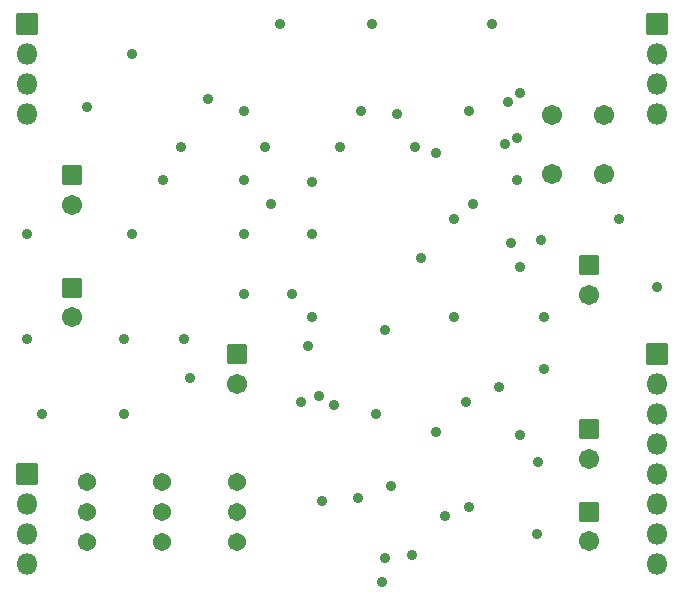
<source format=gbr>
%TF.GenerationSoftware,KiCad,Pcbnew,6.0.7-f9a2dced07~116~ubuntu22.04.1*%
%TF.CreationDate,2022-07-29T17:46:26-04:00*%
%TF.ProjectId,minimoog_LPF,6d696e69-6d6f-46f6-975f-4c50462e6b69,0.1*%
%TF.SameCoordinates,Original*%
%TF.FileFunction,Soldermask,Bot*%
%TF.FilePolarity,Negative*%
%FSLAX46Y46*%
G04 Gerber Fmt 4.6, Leading zero omitted, Abs format (unit mm)*
G04 Created by KiCad (PCBNEW 6.0.7-f9a2dced07~116~ubuntu22.04.1) date 2022-07-29 17:46:26*
%MOMM*%
%LPD*%
G01*
G04 APERTURE LIST*
G04 Aperture macros list*
%AMRoundRect*
0 Rectangle with rounded corners*
0 $1 Rounding radius*
0 $2 $3 $4 $5 $6 $7 $8 $9 X,Y pos of 4 corners*
0 Add a 4 corners polygon primitive as box body*
4,1,4,$2,$3,$4,$5,$6,$7,$8,$9,$2,$3,0*
0 Add four circle primitives for the rounded corners*
1,1,$1+$1,$2,$3*
1,1,$1+$1,$4,$5*
1,1,$1+$1,$6,$7*
1,1,$1+$1,$8,$9*
0 Add four rect primitives between the rounded corners*
20,1,$1+$1,$2,$3,$4,$5,0*
20,1,$1+$1,$4,$5,$6,$7,0*
20,1,$1+$1,$6,$7,$8,$9,0*
20,1,$1+$1,$8,$9,$2,$3,0*%
G04 Aperture macros list end*
%ADD10RoundRect,0.051000X-0.800000X0.800000X-0.800000X-0.800000X0.800000X-0.800000X0.800000X0.800000X0*%
%ADD11C,1.702000*%
%ADD12C,1.542000*%
%ADD13RoundRect,0.051000X0.850000X0.850000X-0.850000X0.850000X-0.850000X-0.850000X0.850000X-0.850000X0*%
%ADD14O,1.802000X1.802000*%
%ADD15C,0.902000*%
G04 APERTURE END LIST*
D10*
%TO.C,C8*%
X140335000Y-104140000D03*
D11*
X140335000Y-106640000D03*
%TD*%
D10*
%TO.C,C11*%
X170180000Y-96607621D03*
D11*
X170180000Y-99107621D03*
%TD*%
D10*
%TO.C,C7*%
X126365000Y-98512621D03*
D11*
X126365000Y-101012621D03*
%TD*%
D12*
%TO.C,RV1*%
X127635000Y-120015000D03*
X127635000Y-117475000D03*
X127635000Y-114935000D03*
%TD*%
D11*
%TO.C,C9*%
X171450000Y-83860000D03*
X171450000Y-88860000D03*
%TD*%
D10*
%TO.C,C2*%
X126365000Y-88987621D03*
D11*
X126365000Y-91487621D03*
%TD*%
D10*
%TO.C,C13*%
X170180000Y-117475000D03*
D11*
X170180000Y-119975000D03*
%TD*%
D10*
%TO.C,C14*%
X170180000Y-110490000D03*
D11*
X170180000Y-112990000D03*
%TD*%
D12*
%TO.C,RV2*%
X133985000Y-120015000D03*
X133985000Y-117475000D03*
X133985000Y-114935000D03*
%TD*%
%TO.C,RV3*%
X140335000Y-120015000D03*
X140335000Y-117475000D03*
X140335000Y-114935000D03*
%TD*%
D11*
%TO.C,C10*%
X167005000Y-83860000D03*
X167005000Y-88860000D03*
%TD*%
D13*
%TO.C,J1*%
X122555000Y-76200000D03*
D14*
X122555000Y-78740000D03*
X122555000Y-81280000D03*
X122555000Y-83820000D03*
%TD*%
D13*
%TO.C,J2*%
X122555000Y-114300000D03*
D14*
X122555000Y-116840000D03*
X122555000Y-119380000D03*
X122555000Y-121920000D03*
%TD*%
D13*
%TO.C,J3*%
X175895000Y-76200000D03*
D14*
X175895000Y-78740000D03*
X175895000Y-81280000D03*
X175895000Y-83820000D03*
%TD*%
D13*
%TO.C,J4*%
X175895000Y-104140000D03*
D14*
X175895000Y-106680000D03*
X175895000Y-109220000D03*
X175895000Y-111760000D03*
X175895000Y-114300000D03*
X175895000Y-116840000D03*
X175895000Y-119380000D03*
X175895000Y-121920000D03*
%TD*%
D15*
X146685000Y-93980000D03*
X145796000Y-108204000D03*
X165735000Y-119380000D03*
X175895000Y-98425000D03*
X151765000Y-76200000D03*
X172720000Y-92710000D03*
X122555000Y-93980000D03*
X122555000Y-102870000D03*
X131445000Y-93980000D03*
X152146000Y-109220000D03*
X153416000Y-115316000D03*
X146685000Y-100965000D03*
X131445000Y-78740000D03*
X130810000Y-102870000D03*
X134112000Y-89408000D03*
X161925000Y-76200000D03*
X157988000Y-117856000D03*
X155194000Y-121158000D03*
X166370000Y-105410000D03*
X159766000Y-108204000D03*
X140970000Y-93980000D03*
X127635000Y-83185000D03*
X152908000Y-102108000D03*
X140970000Y-89408000D03*
X146685000Y-89535000D03*
X140970000Y-99060000D03*
X166370000Y-100965000D03*
X123825000Y-109220000D03*
X158750000Y-100965000D03*
X157226000Y-87122000D03*
X136398000Y-106172000D03*
X166116000Y-94488000D03*
X130810000Y-109220000D03*
X144018000Y-76200000D03*
X160020000Y-83566000D03*
X152654000Y-123444000D03*
X152908000Y-121412000D03*
X164084000Y-85852000D03*
X164338000Y-96774000D03*
X165862000Y-113284000D03*
X164084000Y-89408000D03*
X164338000Y-82042000D03*
X164338000Y-110998000D03*
X135890000Y-102870000D03*
X146335500Y-103409500D03*
X143256000Y-91440000D03*
X162560000Y-106934000D03*
X145034000Y-99060000D03*
X147320000Y-107696000D03*
X147574000Y-116586000D03*
X163576000Y-94742000D03*
X160289000Y-91425000D03*
X150622000Y-116332000D03*
X148590000Y-108458000D03*
X157226000Y-110744000D03*
X160020000Y-117094000D03*
X140970000Y-83566000D03*
X142748000Y-86614000D03*
X150844000Y-83534000D03*
X149098000Y-86614000D03*
X137922000Y-82550000D03*
X135636000Y-86614000D03*
X155448000Y-86614000D03*
X153924000Y-83756000D03*
X163322000Y-82791500D03*
X163068000Y-86360000D03*
X158750000Y-92710000D03*
X155956000Y-96012000D03*
M02*

</source>
